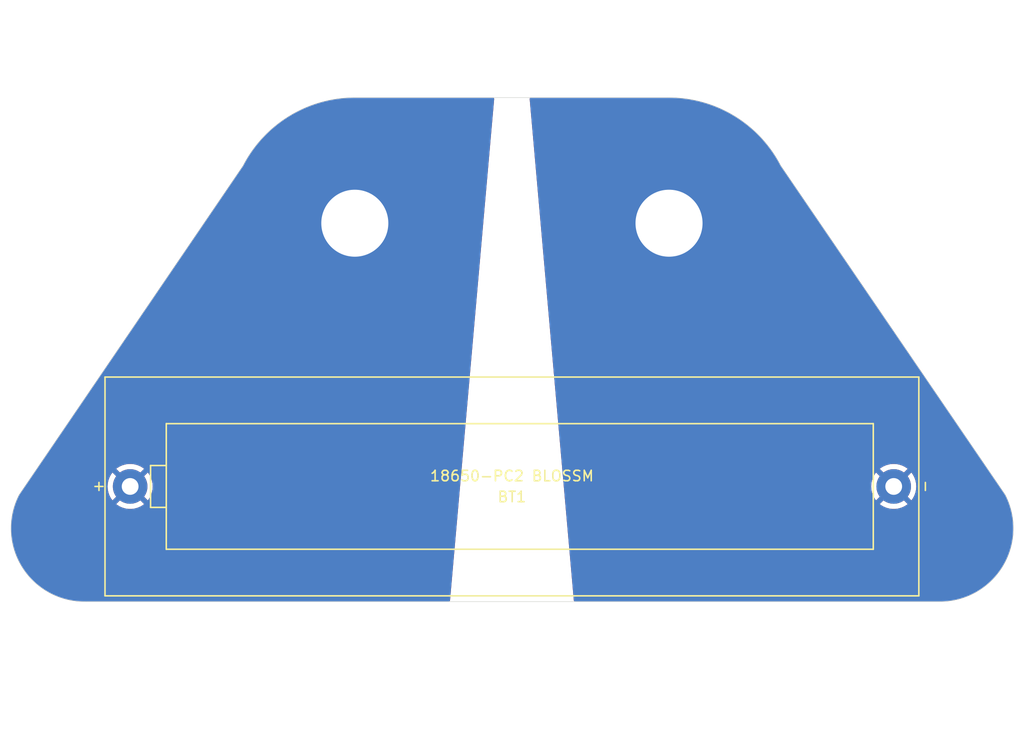
<source format=kicad_pcb>
(kicad_pcb (version 20240108) (generator "pcbnew") (generator_version "8.0")
  (title_block (title "18650 Adapter for Maynuo M9812 DC Electronic Load ") (date "2024-06-11") (company "Perry Leumas"))
  (layers (0 "F.Cu" signal) (31 "B.Cu" signal) (34 "B.Paste" user) (35 "F.Paste" user) (36 "B.SilkS" user "B.Silkscreen") (37 "F.SilkS" user "F.Silkscreen") (38 "B.Mask" user) (39 "F.Mask" user) (44 "Edge.Cuts" user))
  (net 0 "")
  (net 1 "Net-(BT1-+)")
  (net 2 "Net-(BT1--)")
  (footprint "MountingHole:MountingHole_6.4mm_M6_DIN965_Pad" (layer "F.Cu") (at 120.5 91.25)
    (property "Reference" "H1" (hide yes))
    (property "Value" "MountingHole_Pad")
    (pad "1" thru_hole circle (at 0 0) (size 11 11) (drill 6.4) (layers "*.Cu" "*.Mask") (net 1 "Net-(BT1-+)"))
  )
  (footprint "pl_Battery:18650_battery_holder_PCB_Pins" (layer "F.Cu") (at 135.5 116.4 90)
    (property "Reference" "BT1" (at -1 0 360) (layer "F.SilkS"))
    (property "Value" "Battery_Cell")
    (fp_line (start -10.45 -38.85) (end 10.45 -38.85) (stroke (width 0.15)) (layer "F.SilkS"))
    (fp_line (start -10.45 -38.85) (end -10.45 38.85) (stroke (width 0.15)) (layer "F.SilkS"))
    (fp_line (start 2 -34.5) (end 2 -33) (stroke (width 0.15)) (layer "F.SilkS"))
    (fp_line (start -2 -34.5) (end 2 -34.5) (stroke (width 0.15)) (layer "F.SilkS"))
    (fp_line (start -2 -34.5) (end -2 -33) (stroke (width 0.15)) (layer "F.SilkS"))
    (fp_line (start 6 -33) (end 6 34.5) (stroke (width 0.15)) (layer "F.SilkS"))
    (fp_line (start -6 -33) (end 6 -33) (stroke (width 0.15)) (layer "F.SilkS"))
    (fp_line (start 6 34.5) (end -6 34.5) (stroke (width 0.15)) (layer "F.SilkS"))
    (fp_line (start -6 34.5) (end -6 -33) (stroke (width 0.15)) (layer "F.SilkS"))
    (fp_line (start 10.45 38.85) (end 10.45 -38.85) (stroke (width 0.15)) (layer "F.SilkS"))
    (fp_line (start -10.45 38.85) (end 10.45 38.85) (stroke (width 0.15)) (layer "F.SilkS"))
    (fp_text user "18650-PC2 BLOSSM" (at 1 0 360) (layer "F.SilkS"))
    (fp_text user "+" (at 0 -39.5 90) (layer "F.SilkS"))
    (fp_text user "-" (at 0 39.4 90) (layer "F.SilkS"))
    (pad "1" thru_hole circle (at 0 -36.45 90) (size 3.3 3.3) (drill 1.6) (layers "*.Cu" "*.Mask") (net 1 "Net-(BT1-+)"))
    (pad "2" thru_hole circle (at 0 36.45 90) (size 3.3 3.3) (drill 1.6) (layers "*.Cu" "*.Mask") (net 2 "Net-(BT1--)"))
  )
  (footprint "MountingHole:MountingHole_6.4mm_M6_DIN965_Pad" (layer "F.Cu") (at 150.5 91.25)
    (property "Reference" "H2" (hide yes))
    (property "Value" "MountingHole_Pad")
    (pad "1" thru_hole circle (at 0 0) (size 11 11) (drill 6.4) (layers "*.Cu" "*.Mask") (net 2 "Net-(BT1--)"))
  )
  (gr_line (start 161.16774 85.75461) (end 182.597849 117.194356) (stroke (width 0.05)) (layer "Edge.Cuts"))
  (gr_line (start 94.675001 127.4) (end 176.375 127.4) (stroke (width 0.05)) (layer "Edge.Cuts"))
  (gr_line (start 109.83226 85.75461) (end 88.452151 117.194356) (stroke (width 0.05)) (layer "Edge.Cuts"))
  (gr_arc (start 150.5 79.250001) (mid 156.747212 81.0044) (end 161.16774 85.75461) (stroke (width 0.05)) (layer "Edge.Cuts"))
  (gr_arc (start 94.675001 127.4) (mid 88.6984 124.044208) (end 88.452151 117.194356) (stroke (width 0.05)) (layer "Edge.Cuts"))
  (gr_arc (start 109.83226 85.75461) (mid 114.252788 81.004399) (end 120.5 79.25) (stroke (width 0.05)) (layer "Edge.Cuts"))
  (gr_arc (start 182.597849 117.194356) (mid 182.351601 124.044207) (end 176.375 127.4) (stroke (width 0.05)) (layer "Edge.Cuts"))
  (gr_line (start 120.5 79.25) (end 150.5 79.25) (stroke (width 0.05)) (layer "Edge.Cuts"))
  (zone (net 0) (net_name "") (layers "F&B.Cu") (connect_pads (clearance 0)) (min_thickness 0.25)
    (keepout (tracks allowed) (vias allowed) (pads allowed) (copperpour not_allowed) (footprints allowed))
    (fill (thermal_gap 0.5) (thermal_bridge_width 0.5))
    (polygon (pts (xy 133.9 78.3) (xy 137.1 78.3) (xy 141.5 128.3) (xy 129.5 128.3)))
  )
  (zone (net 1) (net_name "Net-(BT1-+)") (layers "F&B.Cu") (connect_pads (clearance 0.5)) (min_thickness 0.25) (fill yes (thermal_gap 0.5) (thermal_bridge_width 0.5))
    (polygon (pts (xy 86.625 128.35) (xy 135 128.35) (xy 135 78.25) (xy 86.625 78.25)))
  )
  (zone (net 2) (net_name "Net-(BT1--)") (layers "F&B.Cu") (priority 1) (connect_pads (clearance 0.5)) (min_thickness 0.25) (fill yes (thermal_gap 0.5) (thermal_bridge_width 0.5))
    (polygon (pts (xy 136 78.25) (xy 136 128.35) (xy 184.4 128.35) (xy 184.4 78.25)))
  )
)
</source>
